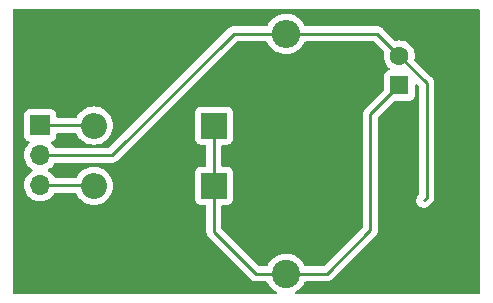
<source format=gbr>
%TF.GenerationSoftware,KiCad,Pcbnew,(6.0.9)*%
%TF.CreationDate,2023-03-03T16:49:01+05:30*%
%TF.ProjectId,CTFWR,43544657-522e-46b6-9963-61645f706362,V0.1*%
%TF.SameCoordinates,Original*%
%TF.FileFunction,Copper,L2,Bot*%
%TF.FilePolarity,Positive*%
%FSLAX46Y46*%
G04 Gerber Fmt 4.6, Leading zero omitted, Abs format (unit mm)*
G04 Created by KiCad (PCBNEW (6.0.9)) date 2023-03-03 16:49:01*
%MOMM*%
%LPD*%
G01*
G04 APERTURE LIST*
%TA.AperFunction,ComponentPad*%
%ADD10R,1.600000X1.600000*%
%TD*%
%TA.AperFunction,ComponentPad*%
%ADD11C,1.600000*%
%TD*%
%TA.AperFunction,ComponentPad*%
%ADD12R,1.700000X1.700000*%
%TD*%
%TA.AperFunction,ComponentPad*%
%ADD13O,1.700000X1.700000*%
%TD*%
%TA.AperFunction,ComponentPad*%
%ADD14R,2.200000X2.200000*%
%TD*%
%TA.AperFunction,ComponentPad*%
%ADD15O,2.200000X2.200000*%
%TD*%
%TA.AperFunction,ComponentPad*%
%ADD16O,2.400000X2.400000*%
%TD*%
%TA.AperFunction,ComponentPad*%
%ADD17C,2.400000*%
%TD*%
%TA.AperFunction,Conductor*%
%ADD18C,0.250000*%
%TD*%
G04 APERTURE END LIST*
D10*
%TO.P,C1,1*%
%TO.N,Net-(C1-Pad1)*%
X58000000Y-49800000D03*
D11*
%TO.P,C1,2*%
%TO.N,Net-(C1-Pad2)*%
X58000000Y-47300000D03*
%TD*%
D12*
%TO.P,J1,1,Pin_1*%
%TO.N,Net-(D1-Pad2)*%
X27600000Y-53175000D03*
D13*
%TO.P,J1,2,Pin_2*%
%TO.N,Net-(C1-Pad2)*%
X27600000Y-55715000D03*
%TO.P,J1,3,Pin_3*%
%TO.N,Net-(D2-Pad2)*%
X27600000Y-58255000D03*
%TD*%
D14*
%TO.P,D2,1,K*%
%TO.N,Net-(C1-Pad1)*%
X42300000Y-58300000D03*
D15*
%TO.P,D2,2,A*%
%TO.N,Net-(D2-Pad2)*%
X32140000Y-58300000D03*
%TD*%
D14*
%TO.P,D1,1,K*%
%TO.N,Net-(C1-Pad1)*%
X42300000Y-53200000D03*
D15*
%TO.P,D1,2,A*%
%TO.N,Net-(D1-Pad2)*%
X32140000Y-53200000D03*
%TD*%
D16*
%TO.P,R1,2*%
%TO.N,Net-(C1-Pad2)*%
X48400000Y-45440000D03*
D17*
%TO.P,R1,1*%
%TO.N,Net-(C1-Pad1)*%
X48400000Y-65760000D03*
%TD*%
D18*
%TO.N,Net-(C1-Pad1)*%
X42300000Y-62200000D02*
X45860000Y-65760000D01*
X45860000Y-65760000D02*
X48400000Y-65760000D01*
X42300000Y-58300000D02*
X42300000Y-62200000D01*
%TO.N,Net-(C1-Pad2)*%
X43960000Y-45440000D02*
X48400000Y-45440000D01*
X27600000Y-55715000D02*
X33685000Y-55715000D01*
X33685000Y-55715000D02*
X43960000Y-45440000D01*
%TO.N,Net-(C1-Pad1)*%
X42300000Y-53200000D02*
X42300000Y-58300000D01*
%TO.N,Net-(C1-Pad2)*%
X60300000Y-49600000D02*
X60300000Y-59300000D01*
X58000000Y-47300000D02*
X60300000Y-49600000D01*
X60300000Y-59300000D02*
X60070000Y-59530000D01*
%TO.N,Net-(C1-Pad1)*%
X55545000Y-52255000D02*
X58000000Y-49800000D01*
X55545000Y-62070000D02*
X55545000Y-52255000D01*
X51855000Y-65760000D02*
X55545000Y-62070000D01*
X48400000Y-65760000D02*
X51855000Y-65760000D01*
%TO.N,Net-(C1-Pad2)*%
X56140000Y-45440000D02*
X58000000Y-47300000D01*
X48400000Y-45440000D02*
X56140000Y-45440000D01*
%TO.N,Net-(D2-Pad2)*%
X27600000Y-58255000D02*
X31495000Y-58255000D01*
%TO.N,Net-(D1-Pad2)*%
X27600000Y-53175000D02*
X32115000Y-53175000D01*
%TD*%
%TA.AperFunction,NonConductor*%
G36*
X64733621Y-43328502D02*
G01*
X64780114Y-43382158D01*
X64791500Y-43434500D01*
X64791500Y-67365500D01*
X64771498Y-67433621D01*
X64717842Y-67480114D01*
X64665500Y-67491500D01*
X49291917Y-67491500D01*
X49223796Y-67471498D01*
X49177303Y-67417842D01*
X49167199Y-67347568D01*
X49196693Y-67282988D01*
X49225614Y-67258356D01*
X49232667Y-67253992D01*
X49407047Y-67146082D01*
X49505428Y-67062797D01*
X49597289Y-66985031D01*
X49597291Y-66985029D01*
X49600862Y-66982006D01*
X49768295Y-66791084D01*
X49905669Y-66577512D01*
X49955114Y-66467749D01*
X50001330Y-66413855D01*
X50069996Y-66393500D01*
X51776233Y-66393500D01*
X51787416Y-66394027D01*
X51794909Y-66395702D01*
X51802835Y-66395453D01*
X51802836Y-66395453D01*
X51862986Y-66393562D01*
X51866945Y-66393500D01*
X51894856Y-66393500D01*
X51898791Y-66393003D01*
X51898856Y-66392995D01*
X51910693Y-66392062D01*
X51942951Y-66391048D01*
X51946970Y-66390922D01*
X51954889Y-66390673D01*
X51974343Y-66385021D01*
X51993700Y-66381013D01*
X52005930Y-66379468D01*
X52005931Y-66379468D01*
X52013797Y-66378474D01*
X52021168Y-66375555D01*
X52021170Y-66375555D01*
X52054912Y-66362196D01*
X52066142Y-66358351D01*
X52100983Y-66348229D01*
X52100984Y-66348229D01*
X52108593Y-66346018D01*
X52115412Y-66341985D01*
X52115417Y-66341983D01*
X52126028Y-66335707D01*
X52143776Y-66327012D01*
X52162617Y-66319552D01*
X52182987Y-66304753D01*
X52198387Y-66293564D01*
X52208307Y-66287048D01*
X52239535Y-66268580D01*
X52239538Y-66268578D01*
X52246362Y-66264542D01*
X52260683Y-66250221D01*
X52275717Y-66237380D01*
X52277432Y-66236134D01*
X52292107Y-66225472D01*
X52320298Y-66191395D01*
X52328288Y-66182616D01*
X55937253Y-62573652D01*
X55945539Y-62566112D01*
X55952018Y-62562000D01*
X55964985Y-62548192D01*
X55998643Y-62512349D01*
X56001398Y-62509507D01*
X56021135Y-62489770D01*
X56023615Y-62486573D01*
X56031320Y-62477551D01*
X56061586Y-62445321D01*
X56065405Y-62438375D01*
X56065407Y-62438372D01*
X56071348Y-62427566D01*
X56082199Y-62411047D01*
X56089758Y-62401301D01*
X56094614Y-62395041D01*
X56097759Y-62387772D01*
X56097762Y-62387768D01*
X56112174Y-62354463D01*
X56117391Y-62343813D01*
X56138695Y-62305060D01*
X56143733Y-62285437D01*
X56150137Y-62266734D01*
X56155033Y-62255420D01*
X56155033Y-62255419D01*
X56158181Y-62248145D01*
X56159420Y-62240322D01*
X56159423Y-62240312D01*
X56165099Y-62204476D01*
X56167505Y-62192856D01*
X56176528Y-62157711D01*
X56176528Y-62157710D01*
X56178500Y-62150030D01*
X56178500Y-62129776D01*
X56180051Y-62110065D01*
X56181980Y-62097886D01*
X56183220Y-62090057D01*
X56179059Y-62046038D01*
X56178500Y-62034181D01*
X56178500Y-52569594D01*
X56198502Y-52501473D01*
X56215405Y-52480499D01*
X57550499Y-51145405D01*
X57612811Y-51111379D01*
X57639594Y-51108500D01*
X58848134Y-51108500D01*
X58910316Y-51101745D01*
X59046705Y-51050615D01*
X59163261Y-50963261D01*
X59250615Y-50846705D01*
X59301745Y-50710316D01*
X59308500Y-50648134D01*
X59308500Y-49808594D01*
X59328502Y-49740473D01*
X59382158Y-49693980D01*
X59452432Y-49683876D01*
X59517012Y-49713370D01*
X59523595Y-49719499D01*
X59629595Y-49825499D01*
X59663621Y-49887811D01*
X59666500Y-49914594D01*
X59666500Y-58985405D01*
X59646498Y-59053526D01*
X59629595Y-59074500D01*
X59593865Y-59110230D01*
X59520386Y-59204959D01*
X59456819Y-59351855D01*
X59431780Y-59509943D01*
X59432526Y-59517835D01*
X59445735Y-59657566D01*
X59446843Y-59669292D01*
X59449526Y-59676746D01*
X59449527Y-59676748D01*
X59498375Y-59812429D01*
X59501061Y-59819889D01*
X59524085Y-59853767D01*
X59574875Y-59928502D01*
X59591028Y-59952271D01*
X59711090Y-60058120D01*
X59718149Y-60061717D01*
X59718151Y-60061718D01*
X59790199Y-60098428D01*
X59853704Y-60130785D01*
X59861443Y-60132515D01*
X59861446Y-60132516D01*
X60002168Y-60163972D01*
X60002171Y-60163972D01*
X60009909Y-60165702D01*
X60017835Y-60165453D01*
X60017836Y-60165453D01*
X60104493Y-60162729D01*
X60169889Y-60160673D01*
X60177501Y-60158461D01*
X60177504Y-60158461D01*
X60315980Y-60118230D01*
X60315982Y-60118229D01*
X60323593Y-60116018D01*
X60461362Y-60034542D01*
X60692258Y-59803647D01*
X60700537Y-59796113D01*
X60707018Y-59792000D01*
X60753645Y-59742347D01*
X60756399Y-59739506D01*
X60776135Y-59719770D01*
X60778615Y-59716573D01*
X60786320Y-59707551D01*
X60811159Y-59681100D01*
X60816586Y-59675321D01*
X60820405Y-59668375D01*
X60820407Y-59668372D01*
X60826348Y-59657566D01*
X60837199Y-59641047D01*
X60844758Y-59631301D01*
X60849614Y-59625041D01*
X60852759Y-59617772D01*
X60852762Y-59617768D01*
X60867174Y-59584463D01*
X60872391Y-59573813D01*
X60893695Y-59535060D01*
X60898733Y-59515437D01*
X60905137Y-59496734D01*
X60910033Y-59485420D01*
X60910033Y-59485419D01*
X60913181Y-59478145D01*
X60914420Y-59470322D01*
X60914423Y-59470312D01*
X60920099Y-59434476D01*
X60922505Y-59422856D01*
X60931528Y-59387711D01*
X60931528Y-59387710D01*
X60933500Y-59380030D01*
X60933500Y-59359776D01*
X60935051Y-59340065D01*
X60936980Y-59327886D01*
X60938220Y-59320057D01*
X60934059Y-59276038D01*
X60933500Y-59264181D01*
X60933500Y-49678767D01*
X60934027Y-49667584D01*
X60935702Y-49660091D01*
X60933562Y-49592014D01*
X60933500Y-49588055D01*
X60933500Y-49560144D01*
X60932995Y-49556144D01*
X60932062Y-49544301D01*
X60930922Y-49508029D01*
X60930673Y-49500110D01*
X60925022Y-49480658D01*
X60921014Y-49461306D01*
X60919467Y-49449063D01*
X60918474Y-49441203D01*
X60915556Y-49433832D01*
X60902200Y-49400097D01*
X60898355Y-49388870D01*
X60897721Y-49386687D01*
X60886018Y-49346407D01*
X60881984Y-49339585D01*
X60881981Y-49339579D01*
X60875706Y-49328968D01*
X60867010Y-49311218D01*
X60862472Y-49299756D01*
X60862469Y-49299751D01*
X60859552Y-49292383D01*
X60833573Y-49256625D01*
X60827057Y-49246707D01*
X60808575Y-49215457D01*
X60804542Y-49208637D01*
X60790218Y-49194313D01*
X60777376Y-49179278D01*
X60765472Y-49162893D01*
X60731406Y-49134711D01*
X60722627Y-49126722D01*
X59309152Y-47713247D01*
X59275126Y-47650935D01*
X59276540Y-47591541D01*
X59293543Y-47528087D01*
X59313498Y-47300000D01*
X59293543Y-47071913D01*
X59277686Y-47012734D01*
X59235707Y-46856067D01*
X59235706Y-46856065D01*
X59234284Y-46850757D01*
X59231961Y-46845775D01*
X59139849Y-46648238D01*
X59139846Y-46648233D01*
X59137523Y-46643251D01*
X59006198Y-46455700D01*
X58844300Y-46293802D01*
X58839792Y-46290645D01*
X58839789Y-46290643D01*
X58761611Y-46235902D01*
X58656749Y-46162477D01*
X58651767Y-46160154D01*
X58651762Y-46160151D01*
X58454225Y-46068039D01*
X58454224Y-46068039D01*
X58449243Y-46065716D01*
X58443935Y-46064294D01*
X58443933Y-46064293D01*
X58233402Y-46007881D01*
X58233400Y-46007881D01*
X58228087Y-46006457D01*
X58000000Y-45986502D01*
X57771913Y-46006457D01*
X57708458Y-46023460D01*
X57637482Y-46021770D01*
X57586753Y-45990848D01*
X56643652Y-45047747D01*
X56636112Y-45039461D01*
X56632000Y-45032982D01*
X56582348Y-44986356D01*
X56579507Y-44983602D01*
X56559770Y-44963865D01*
X56556573Y-44961385D01*
X56547551Y-44953680D01*
X56534116Y-44941064D01*
X56515321Y-44923414D01*
X56508375Y-44919595D01*
X56508372Y-44919593D01*
X56497566Y-44913652D01*
X56481047Y-44902801D01*
X56480583Y-44902441D01*
X56465041Y-44890386D01*
X56457772Y-44887241D01*
X56457768Y-44887238D01*
X56424463Y-44872826D01*
X56413813Y-44867609D01*
X56375060Y-44846305D01*
X56355437Y-44841267D01*
X56336734Y-44834863D01*
X56325420Y-44829967D01*
X56325419Y-44829967D01*
X56318145Y-44826819D01*
X56310322Y-44825580D01*
X56310312Y-44825577D01*
X56274476Y-44819901D01*
X56262856Y-44817495D01*
X56227711Y-44808472D01*
X56227710Y-44808472D01*
X56220030Y-44806500D01*
X56199776Y-44806500D01*
X56180065Y-44804949D01*
X56177534Y-44804548D01*
X56160057Y-44801780D01*
X56152165Y-44802526D01*
X56116039Y-44805941D01*
X56104181Y-44806500D01*
X50073063Y-44806500D01*
X50004942Y-44786498D01*
X49958449Y-44732842D01*
X49955630Y-44726167D01*
X49948084Y-44706762D01*
X49948083Y-44706760D01*
X49946391Y-44702409D01*
X49925866Y-44666498D01*
X49822702Y-44485997D01*
X49822700Y-44485995D01*
X49820383Y-44481940D01*
X49663171Y-44282517D01*
X49478209Y-44108523D01*
X49434483Y-44078189D01*
X49273393Y-43966437D01*
X49273390Y-43966435D01*
X49269561Y-43963779D01*
X49265384Y-43961719D01*
X49265377Y-43961715D01*
X49045996Y-43853528D01*
X49045992Y-43853527D01*
X49041810Y-43851464D01*
X48799960Y-43774047D01*
X48795355Y-43773297D01*
X48553935Y-43733980D01*
X48553934Y-43733980D01*
X48549323Y-43733229D01*
X48422364Y-43731567D01*
X48300083Y-43729966D01*
X48300080Y-43729966D01*
X48295406Y-43729905D01*
X48043787Y-43764149D01*
X47799993Y-43835208D01*
X47569380Y-43941522D01*
X47565471Y-43944085D01*
X47360928Y-44078189D01*
X47360923Y-44078193D01*
X47357015Y-44080755D01*
X47167562Y-44249848D01*
X47005183Y-44445087D01*
X46873447Y-44662182D01*
X46871638Y-44666496D01*
X46871637Y-44666498D01*
X46845333Y-44729226D01*
X46800544Y-44784312D01*
X46729136Y-44806500D01*
X44038763Y-44806500D01*
X44027579Y-44805973D01*
X44020091Y-44804299D01*
X44012168Y-44804548D01*
X43952033Y-44806438D01*
X43948075Y-44806500D01*
X43920144Y-44806500D01*
X43916229Y-44806995D01*
X43916225Y-44806995D01*
X43916167Y-44807003D01*
X43916138Y-44807006D01*
X43904296Y-44807939D01*
X43860110Y-44809327D01*
X43842744Y-44814372D01*
X43840658Y-44814978D01*
X43821306Y-44818986D01*
X43814235Y-44819880D01*
X43801203Y-44821526D01*
X43793834Y-44824443D01*
X43793832Y-44824444D01*
X43760097Y-44837800D01*
X43748869Y-44841645D01*
X43706407Y-44853982D01*
X43699585Y-44858016D01*
X43699579Y-44858019D01*
X43688968Y-44864294D01*
X43671218Y-44872990D01*
X43659756Y-44877528D01*
X43659751Y-44877531D01*
X43652383Y-44880448D01*
X43634970Y-44893099D01*
X43616625Y-44906427D01*
X43606707Y-44912943D01*
X43595463Y-44919593D01*
X43568637Y-44935458D01*
X43554313Y-44949782D01*
X43539281Y-44962621D01*
X43522893Y-44974528D01*
X43494712Y-45008593D01*
X43486722Y-45017373D01*
X33459500Y-55044595D01*
X33397188Y-55078621D01*
X33370405Y-55081500D01*
X28876805Y-55081500D01*
X28808684Y-55061498D01*
X28771013Y-55023940D01*
X28682822Y-54887617D01*
X28682820Y-54887614D01*
X28680014Y-54883277D01*
X28664638Y-54866379D01*
X28532798Y-54721488D01*
X28501746Y-54657642D01*
X28510141Y-54587143D01*
X28555317Y-54532375D01*
X28581761Y-54518706D01*
X28688297Y-54478767D01*
X28696705Y-54475615D01*
X28813261Y-54388261D01*
X28900615Y-54271705D01*
X28951745Y-54135316D01*
X28958500Y-54073134D01*
X28958500Y-53934500D01*
X28978502Y-53866379D01*
X29032158Y-53819886D01*
X29084500Y-53808500D01*
X30566830Y-53808500D01*
X30634951Y-53828502D01*
X30683239Y-53886282D01*
X30702384Y-53932502D01*
X30834672Y-54148376D01*
X30999102Y-54340898D01*
X31191624Y-54505328D01*
X31407498Y-54637616D01*
X31412068Y-54639509D01*
X31412072Y-54639511D01*
X31636836Y-54732611D01*
X31641409Y-54734505D01*
X31708513Y-54750615D01*
X31882784Y-54792454D01*
X31882790Y-54792455D01*
X31887597Y-54793609D01*
X32140000Y-54813474D01*
X32392403Y-54793609D01*
X32397210Y-54792455D01*
X32397216Y-54792454D01*
X32571487Y-54750615D01*
X32638591Y-54734505D01*
X32643164Y-54732611D01*
X32867928Y-54639511D01*
X32867932Y-54639509D01*
X32872502Y-54637616D01*
X33088376Y-54505328D01*
X33280898Y-54340898D01*
X33445328Y-54148376D01*
X33577616Y-53932502D01*
X33628980Y-53808500D01*
X33672611Y-53703164D01*
X33672612Y-53703162D01*
X33674505Y-53698591D01*
X33733609Y-53452403D01*
X33753474Y-53200000D01*
X33733609Y-52947597D01*
X33674505Y-52701409D01*
X33608269Y-52541500D01*
X33579511Y-52472072D01*
X33579509Y-52472068D01*
X33577616Y-52467498D01*
X33445328Y-52251624D01*
X33280898Y-52059102D01*
X33269265Y-52049166D01*
X33235045Y-52019940D01*
X33088376Y-51894672D01*
X32872502Y-51762384D01*
X32867932Y-51760491D01*
X32867928Y-51760489D01*
X32643164Y-51667389D01*
X32643162Y-51667388D01*
X32638591Y-51665495D01*
X32553968Y-51645179D01*
X32397216Y-51607546D01*
X32397210Y-51607545D01*
X32392403Y-51606391D01*
X32140000Y-51586526D01*
X31887597Y-51606391D01*
X31882790Y-51607545D01*
X31882784Y-51607546D01*
X31726032Y-51645179D01*
X31641409Y-51665495D01*
X31636838Y-51667388D01*
X31636836Y-51667389D01*
X31412072Y-51760489D01*
X31412068Y-51760491D01*
X31407498Y-51762384D01*
X31191624Y-51894672D01*
X31044955Y-52019940D01*
X31010736Y-52049166D01*
X30999102Y-52059102D01*
X30834672Y-52251624D01*
X30702384Y-52467498D01*
X30700489Y-52472072D01*
X30700169Y-52472701D01*
X30651422Y-52524317D01*
X30587901Y-52541500D01*
X29084500Y-52541500D01*
X29016379Y-52521498D01*
X28969886Y-52467842D01*
X28958500Y-52415500D01*
X28958500Y-52276866D01*
X28951745Y-52214684D01*
X28900615Y-52078295D01*
X28813261Y-51961739D01*
X28696705Y-51874385D01*
X28560316Y-51823255D01*
X28498134Y-51816500D01*
X26701866Y-51816500D01*
X26639684Y-51823255D01*
X26503295Y-51874385D01*
X26386739Y-51961739D01*
X26299385Y-52078295D01*
X26248255Y-52214684D01*
X26241500Y-52276866D01*
X26241500Y-54073134D01*
X26248255Y-54135316D01*
X26299385Y-54271705D01*
X26386739Y-54388261D01*
X26503295Y-54475615D01*
X26511704Y-54478767D01*
X26511705Y-54478768D01*
X26620451Y-54519535D01*
X26677216Y-54562176D01*
X26701916Y-54628738D01*
X26686709Y-54698087D01*
X26667316Y-54724568D01*
X26602443Y-54792454D01*
X26540629Y-54857138D01*
X26537715Y-54861410D01*
X26537714Y-54861411D01*
X26522798Y-54883277D01*
X26414743Y-55041680D01*
X26320688Y-55244305D01*
X26260989Y-55459570D01*
X26237251Y-55681695D01*
X26250110Y-55904715D01*
X26251247Y-55909761D01*
X26251248Y-55909767D01*
X26275304Y-56016508D01*
X26299222Y-56122639D01*
X26359014Y-56269890D01*
X26376662Y-56313351D01*
X26383266Y-56329616D01*
X26499987Y-56520088D01*
X26646250Y-56688938D01*
X26818126Y-56831632D01*
X26826866Y-56836739D01*
X26891445Y-56874476D01*
X26940169Y-56926114D01*
X26953240Y-56995897D01*
X26926509Y-57061669D01*
X26886055Y-57095027D01*
X26881228Y-57097540D01*
X26873607Y-57101507D01*
X26869474Y-57104610D01*
X26869471Y-57104612D01*
X26791895Y-57162858D01*
X26694965Y-57235635D01*
X26540629Y-57397138D01*
X26414743Y-57581680D01*
X26320688Y-57784305D01*
X26260989Y-57999570D01*
X26237251Y-58221695D01*
X26237548Y-58226848D01*
X26237548Y-58226851D01*
X26241766Y-58300000D01*
X26250110Y-58444715D01*
X26251247Y-58449761D01*
X26251248Y-58449767D01*
X26273267Y-58547469D01*
X26299222Y-58662639D01*
X26383266Y-58869616D01*
X26499987Y-59060088D01*
X26646250Y-59228938D01*
X26818126Y-59371632D01*
X27011000Y-59484338D01*
X27015825Y-59486180D01*
X27015826Y-59486181D01*
X27058457Y-59502460D01*
X27219692Y-59564030D01*
X27224760Y-59565061D01*
X27224763Y-59565062D01*
X27320123Y-59584463D01*
X27438597Y-59608567D01*
X27443772Y-59608757D01*
X27443774Y-59608757D01*
X27656673Y-59616564D01*
X27656677Y-59616564D01*
X27661837Y-59616753D01*
X27666957Y-59616097D01*
X27666959Y-59616097D01*
X27878288Y-59589025D01*
X27878289Y-59589025D01*
X27883416Y-59588368D01*
X27896432Y-59584463D01*
X28092429Y-59525661D01*
X28092434Y-59525659D01*
X28097384Y-59524174D01*
X28297994Y-59425896D01*
X28479860Y-59296173D01*
X28500065Y-59276039D01*
X28634435Y-59142137D01*
X28638096Y-59138489D01*
X28684077Y-59074500D01*
X28765435Y-58961277D01*
X28768453Y-58957077D01*
X28770746Y-58952437D01*
X28772446Y-58949608D01*
X28824674Y-58901518D01*
X28880451Y-58888500D01*
X30558546Y-58888500D01*
X30626667Y-58908502D01*
X30674954Y-58966281D01*
X30702384Y-59032502D01*
X30834672Y-59248376D01*
X30999102Y-59440898D01*
X31191624Y-59605328D01*
X31407498Y-59737616D01*
X31412068Y-59739509D01*
X31412072Y-59739511D01*
X31621955Y-59826447D01*
X31641409Y-59834505D01*
X31708513Y-59850615D01*
X31882784Y-59892454D01*
X31882790Y-59892455D01*
X31887597Y-59893609D01*
X32140000Y-59913474D01*
X32392403Y-59893609D01*
X32397210Y-59892455D01*
X32397216Y-59892454D01*
X32571487Y-59850615D01*
X32638591Y-59834505D01*
X32658045Y-59826447D01*
X32867928Y-59739511D01*
X32867932Y-59739509D01*
X32872502Y-59737616D01*
X33088376Y-59605328D01*
X33280898Y-59440898D01*
X33445328Y-59248376D01*
X33577616Y-59032502D01*
X33597125Y-58985405D01*
X33672611Y-58803164D01*
X33672612Y-58803162D01*
X33674505Y-58798591D01*
X33733609Y-58552403D01*
X33753474Y-58300000D01*
X33733609Y-58047597D01*
X33674505Y-57801409D01*
X33669488Y-57789297D01*
X33579511Y-57572072D01*
X33579509Y-57572068D01*
X33577616Y-57567498D01*
X33445328Y-57351624D01*
X33280898Y-57159102D01*
X33088376Y-56994672D01*
X32872502Y-56862384D01*
X32867932Y-56860491D01*
X32867928Y-56860489D01*
X32643164Y-56767389D01*
X32643162Y-56767388D01*
X32638591Y-56765495D01*
X32553968Y-56745179D01*
X32397216Y-56707546D01*
X32397210Y-56707545D01*
X32392403Y-56706391D01*
X32140000Y-56686526D01*
X31887597Y-56706391D01*
X31882790Y-56707545D01*
X31882784Y-56707546D01*
X31726032Y-56745179D01*
X31641409Y-56765495D01*
X31636838Y-56767388D01*
X31636836Y-56767389D01*
X31412072Y-56860489D01*
X31412068Y-56860491D01*
X31407498Y-56862384D01*
X31191624Y-56994672D01*
X30999102Y-57159102D01*
X30834672Y-57351624D01*
X30706161Y-57561335D01*
X30653513Y-57608966D01*
X30598728Y-57621500D01*
X28876805Y-57621500D01*
X28808684Y-57601498D01*
X28771013Y-57563940D01*
X28682822Y-57427617D01*
X28682820Y-57427614D01*
X28680014Y-57423277D01*
X28529670Y-57258051D01*
X28525619Y-57254852D01*
X28525615Y-57254848D01*
X28358414Y-57122800D01*
X28358410Y-57122798D01*
X28354359Y-57119598D01*
X28313053Y-57096796D01*
X28263084Y-57046364D01*
X28248312Y-56976921D01*
X28273428Y-56910516D01*
X28300780Y-56883909D01*
X28366910Y-56836739D01*
X28479860Y-56756173D01*
X28638096Y-56598489D01*
X28697594Y-56515689D01*
X28765435Y-56421277D01*
X28768453Y-56417077D01*
X28770746Y-56412437D01*
X28772446Y-56409608D01*
X28824674Y-56361518D01*
X28880451Y-56348500D01*
X33606233Y-56348500D01*
X33617416Y-56349027D01*
X33624909Y-56350702D01*
X33632835Y-56350453D01*
X33632836Y-56350453D01*
X33692986Y-56348562D01*
X33696945Y-56348500D01*
X33724856Y-56348500D01*
X33728791Y-56348003D01*
X33728856Y-56347995D01*
X33740693Y-56347062D01*
X33772951Y-56346048D01*
X33776970Y-56345922D01*
X33784889Y-56345673D01*
X33804343Y-56340021D01*
X33823700Y-56336013D01*
X33835930Y-56334468D01*
X33835931Y-56334468D01*
X33843797Y-56333474D01*
X33851168Y-56330555D01*
X33851170Y-56330555D01*
X33884912Y-56317196D01*
X33896142Y-56313351D01*
X33930983Y-56303229D01*
X33930984Y-56303229D01*
X33938593Y-56301018D01*
X33945412Y-56296985D01*
X33945417Y-56296983D01*
X33956028Y-56290707D01*
X33973776Y-56282012D01*
X33992617Y-56274552D01*
X34028387Y-56248564D01*
X34038307Y-56242048D01*
X34069535Y-56223580D01*
X34069538Y-56223578D01*
X34076362Y-56219542D01*
X34090683Y-56205221D01*
X34105717Y-56192380D01*
X34115694Y-56185131D01*
X34122107Y-56180472D01*
X34150298Y-56146395D01*
X34158288Y-56137616D01*
X44185499Y-46110405D01*
X44247811Y-46076379D01*
X44274594Y-46073500D01*
X46725453Y-46073500D01*
X46793574Y-46093502D01*
X46836445Y-46139862D01*
X46921254Y-46297699D01*
X46955025Y-46360551D01*
X46957820Y-46364294D01*
X46957822Y-46364297D01*
X47104171Y-46560282D01*
X47104176Y-46560288D01*
X47106963Y-46564020D01*
X47110272Y-46567300D01*
X47110277Y-46567306D01*
X47208859Y-46665031D01*
X47287307Y-46742797D01*
X47291069Y-46745555D01*
X47291072Y-46745558D01*
X47396764Y-46823054D01*
X47492094Y-46892953D01*
X47496229Y-46895129D01*
X47496233Y-46895131D01*
X47578079Y-46938192D01*
X47716827Y-47011191D01*
X47956568Y-47094912D01*
X48206050Y-47142278D01*
X48326532Y-47147011D01*
X48455125Y-47152064D01*
X48455130Y-47152064D01*
X48459793Y-47152247D01*
X48558774Y-47141407D01*
X48707569Y-47125112D01*
X48707575Y-47125111D01*
X48712222Y-47124602D01*
X48821680Y-47095784D01*
X48953273Y-47061138D01*
X48957793Y-47059948D01*
X49077638Y-47008459D01*
X49186807Y-46961557D01*
X49186810Y-46961555D01*
X49191110Y-46959708D01*
X49195090Y-46957245D01*
X49195094Y-46957243D01*
X49403064Y-46828547D01*
X49403066Y-46828545D01*
X49407047Y-46826082D01*
X49505428Y-46742797D01*
X49597289Y-46665031D01*
X49597291Y-46665029D01*
X49600862Y-46662006D01*
X49768295Y-46471084D01*
X49778191Y-46455700D01*
X49879820Y-46297699D01*
X49905669Y-46257512D01*
X49955114Y-46147749D01*
X50001330Y-46093855D01*
X50069996Y-46073500D01*
X55825406Y-46073500D01*
X55893527Y-46093502D01*
X55914501Y-46110405D01*
X56690848Y-46886752D01*
X56724874Y-46949064D01*
X56723459Y-47008459D01*
X56707882Y-47066591D01*
X56707881Y-47066598D01*
X56706457Y-47071913D01*
X56686502Y-47300000D01*
X56706457Y-47528087D01*
X56707880Y-47533398D01*
X56707881Y-47533402D01*
X56723460Y-47591541D01*
X56765716Y-47749243D01*
X56768039Y-47754224D01*
X56768039Y-47754225D01*
X56860151Y-47951762D01*
X56860154Y-47951767D01*
X56862477Y-47956749D01*
X56993802Y-48144300D01*
X57139502Y-48290000D01*
X57173528Y-48352312D01*
X57168463Y-48423127D01*
X57125916Y-48479963D01*
X57089263Y-48497132D01*
X57089684Y-48498255D01*
X56953295Y-48549385D01*
X56836739Y-48636739D01*
X56749385Y-48753295D01*
X56698255Y-48889684D01*
X56691500Y-48951866D01*
X56691500Y-50160405D01*
X56671498Y-50228526D01*
X56654595Y-50249500D01*
X55152747Y-51751348D01*
X55144461Y-51758888D01*
X55137982Y-51763000D01*
X55132557Y-51768777D01*
X55091357Y-51812651D01*
X55088602Y-51815493D01*
X55068865Y-51835230D01*
X55066385Y-51838427D01*
X55058682Y-51847447D01*
X55028414Y-51879679D01*
X55024595Y-51886625D01*
X55024593Y-51886628D01*
X55018652Y-51897434D01*
X55007801Y-51913953D01*
X54995386Y-51929959D01*
X54992241Y-51937228D01*
X54992238Y-51937232D01*
X54977826Y-51970537D01*
X54972609Y-51981187D01*
X54951305Y-52019940D01*
X54949334Y-52027615D01*
X54949334Y-52027616D01*
X54946267Y-52039562D01*
X54939863Y-52058266D01*
X54931819Y-52076855D01*
X54930580Y-52084678D01*
X54930577Y-52084688D01*
X54924901Y-52120524D01*
X54922495Y-52132144D01*
X54911500Y-52174970D01*
X54911500Y-52195224D01*
X54909949Y-52214934D01*
X54906780Y-52234943D01*
X54907526Y-52242835D01*
X54910941Y-52278961D01*
X54911500Y-52290819D01*
X54911500Y-61755406D01*
X54891498Y-61823527D01*
X54874595Y-61844501D01*
X51629500Y-65089595D01*
X51567188Y-65123621D01*
X51540405Y-65126500D01*
X50073063Y-65126500D01*
X50004942Y-65106498D01*
X49958449Y-65052842D01*
X49955630Y-65046167D01*
X49948084Y-65026762D01*
X49948083Y-65026760D01*
X49946391Y-65022409D01*
X49925866Y-64986498D01*
X49822702Y-64805997D01*
X49822700Y-64805995D01*
X49820383Y-64801940D01*
X49663171Y-64602517D01*
X49478209Y-64428523D01*
X49434483Y-64398189D01*
X49273393Y-64286437D01*
X49273390Y-64286435D01*
X49269561Y-64283779D01*
X49265384Y-64281719D01*
X49265377Y-64281715D01*
X49045996Y-64173528D01*
X49045992Y-64173527D01*
X49041810Y-64171464D01*
X48799960Y-64094047D01*
X48795355Y-64093297D01*
X48553935Y-64053980D01*
X48553934Y-64053980D01*
X48549323Y-64053229D01*
X48422365Y-64051567D01*
X48300083Y-64049966D01*
X48300080Y-64049966D01*
X48295406Y-64049905D01*
X48043787Y-64084149D01*
X47799993Y-64155208D01*
X47569380Y-64261522D01*
X47565471Y-64264085D01*
X47360928Y-64398189D01*
X47360923Y-64398193D01*
X47357015Y-64400755D01*
X47167562Y-64569848D01*
X47005183Y-64765087D01*
X46873447Y-64982182D01*
X46871638Y-64986496D01*
X46871637Y-64986498D01*
X46845333Y-65049226D01*
X46800544Y-65104312D01*
X46729136Y-65126500D01*
X46174595Y-65126500D01*
X46106474Y-65106498D01*
X46085500Y-65089595D01*
X42970405Y-61974500D01*
X42936379Y-61912188D01*
X42933500Y-61885405D01*
X42933500Y-60034500D01*
X42953502Y-59966379D01*
X43007158Y-59919886D01*
X43059500Y-59908500D01*
X43448134Y-59908500D01*
X43510316Y-59901745D01*
X43646705Y-59850615D01*
X43763261Y-59763261D01*
X43850615Y-59646705D01*
X43901745Y-59510316D01*
X43908500Y-59448134D01*
X43908500Y-57151866D01*
X43901745Y-57089684D01*
X43850615Y-56953295D01*
X43763261Y-56836739D01*
X43646705Y-56749385D01*
X43510316Y-56698255D01*
X43448134Y-56691500D01*
X43059500Y-56691500D01*
X42991379Y-56671498D01*
X42944886Y-56617842D01*
X42933500Y-56565500D01*
X42933500Y-54934500D01*
X42953502Y-54866379D01*
X43007158Y-54819886D01*
X43059500Y-54808500D01*
X43448134Y-54808500D01*
X43510316Y-54801745D01*
X43646705Y-54750615D01*
X43763261Y-54663261D01*
X43850615Y-54546705D01*
X43901745Y-54410316D01*
X43908500Y-54348134D01*
X43908500Y-52051866D01*
X43901745Y-51989684D01*
X43850615Y-51853295D01*
X43763261Y-51736739D01*
X43646705Y-51649385D01*
X43510316Y-51598255D01*
X43448134Y-51591500D01*
X41151866Y-51591500D01*
X41089684Y-51598255D01*
X40953295Y-51649385D01*
X40836739Y-51736739D01*
X40749385Y-51853295D01*
X40698255Y-51989684D01*
X40691500Y-52051866D01*
X40691500Y-54348134D01*
X40698255Y-54410316D01*
X40749385Y-54546705D01*
X40836739Y-54663261D01*
X40953295Y-54750615D01*
X41089684Y-54801745D01*
X41151866Y-54808500D01*
X41540500Y-54808500D01*
X41608621Y-54828502D01*
X41655114Y-54882158D01*
X41666500Y-54934500D01*
X41666500Y-56565500D01*
X41646498Y-56633621D01*
X41592842Y-56680114D01*
X41540500Y-56691500D01*
X41151866Y-56691500D01*
X41089684Y-56698255D01*
X40953295Y-56749385D01*
X40836739Y-56836739D01*
X40749385Y-56953295D01*
X40698255Y-57089684D01*
X40691500Y-57151866D01*
X40691500Y-59448134D01*
X40698255Y-59510316D01*
X40749385Y-59646705D01*
X40836739Y-59763261D01*
X40953295Y-59850615D01*
X41089684Y-59901745D01*
X41151866Y-59908500D01*
X41540500Y-59908500D01*
X41608621Y-59928502D01*
X41655114Y-59982158D01*
X41666500Y-60034500D01*
X41666500Y-62121233D01*
X41665973Y-62132416D01*
X41664298Y-62139909D01*
X41664547Y-62147835D01*
X41664547Y-62147836D01*
X41666438Y-62207986D01*
X41666500Y-62211945D01*
X41666500Y-62239856D01*
X41666997Y-62243790D01*
X41666997Y-62243791D01*
X41667005Y-62243856D01*
X41667938Y-62255693D01*
X41669327Y-62299889D01*
X41672846Y-62312001D01*
X41674978Y-62319339D01*
X41678987Y-62338700D01*
X41681526Y-62358797D01*
X41684445Y-62366168D01*
X41684445Y-62366170D01*
X41697804Y-62399912D01*
X41701649Y-62411142D01*
X41709560Y-62438372D01*
X41713982Y-62453593D01*
X41718015Y-62460412D01*
X41718017Y-62460417D01*
X41724293Y-62471028D01*
X41732988Y-62488776D01*
X41740448Y-62507617D01*
X41745110Y-62514033D01*
X41745110Y-62514034D01*
X41766436Y-62543387D01*
X41772952Y-62553307D01*
X41795458Y-62591362D01*
X41809779Y-62605683D01*
X41822619Y-62620716D01*
X41834528Y-62637107D01*
X41840634Y-62642158D01*
X41868605Y-62665298D01*
X41877384Y-62673288D01*
X45356343Y-66152247D01*
X45363887Y-66160537D01*
X45368000Y-66167018D01*
X45373777Y-66172443D01*
X45417667Y-66213658D01*
X45420509Y-66216413D01*
X45440230Y-66236134D01*
X45443425Y-66238612D01*
X45452447Y-66246318D01*
X45484679Y-66276586D01*
X45491628Y-66280406D01*
X45502432Y-66286346D01*
X45518956Y-66297199D01*
X45534959Y-66309613D01*
X45575543Y-66327176D01*
X45586173Y-66332383D01*
X45624940Y-66353695D01*
X45632617Y-66355666D01*
X45632622Y-66355668D01*
X45644558Y-66358732D01*
X45663266Y-66365137D01*
X45681855Y-66373181D01*
X45689683Y-66374421D01*
X45689690Y-66374423D01*
X45725524Y-66380099D01*
X45737144Y-66382505D01*
X45768959Y-66390673D01*
X45779970Y-66393500D01*
X45800224Y-66393500D01*
X45819934Y-66395051D01*
X45839943Y-66398220D01*
X45847835Y-66397474D01*
X45866580Y-66395702D01*
X45883962Y-66394059D01*
X45895819Y-66393500D01*
X46725453Y-66393500D01*
X46793574Y-66413502D01*
X46836445Y-66459862D01*
X46955025Y-66680551D01*
X46957820Y-66684294D01*
X46957822Y-66684297D01*
X47104171Y-66880282D01*
X47104176Y-66880288D01*
X47106963Y-66884020D01*
X47110272Y-66887300D01*
X47110277Y-66887306D01*
X47208859Y-66985031D01*
X47287307Y-67062797D01*
X47291069Y-67065555D01*
X47291072Y-67065558D01*
X47396764Y-67143054D01*
X47492094Y-67212953D01*
X47496229Y-67215129D01*
X47496233Y-67215131D01*
X47570096Y-67253992D01*
X47621068Y-67303411D01*
X47637231Y-67372544D01*
X47613452Y-67439440D01*
X47557281Y-67482860D01*
X47511428Y-67491500D01*
X25434500Y-67491500D01*
X25366379Y-67471498D01*
X25319886Y-67417842D01*
X25308500Y-67365500D01*
X25308500Y-43434500D01*
X25328502Y-43366379D01*
X25382158Y-43319886D01*
X25434500Y-43308500D01*
X64665500Y-43308500D01*
X64733621Y-43328502D01*
G37*
%TD.AperFunction*%
M02*

</source>
